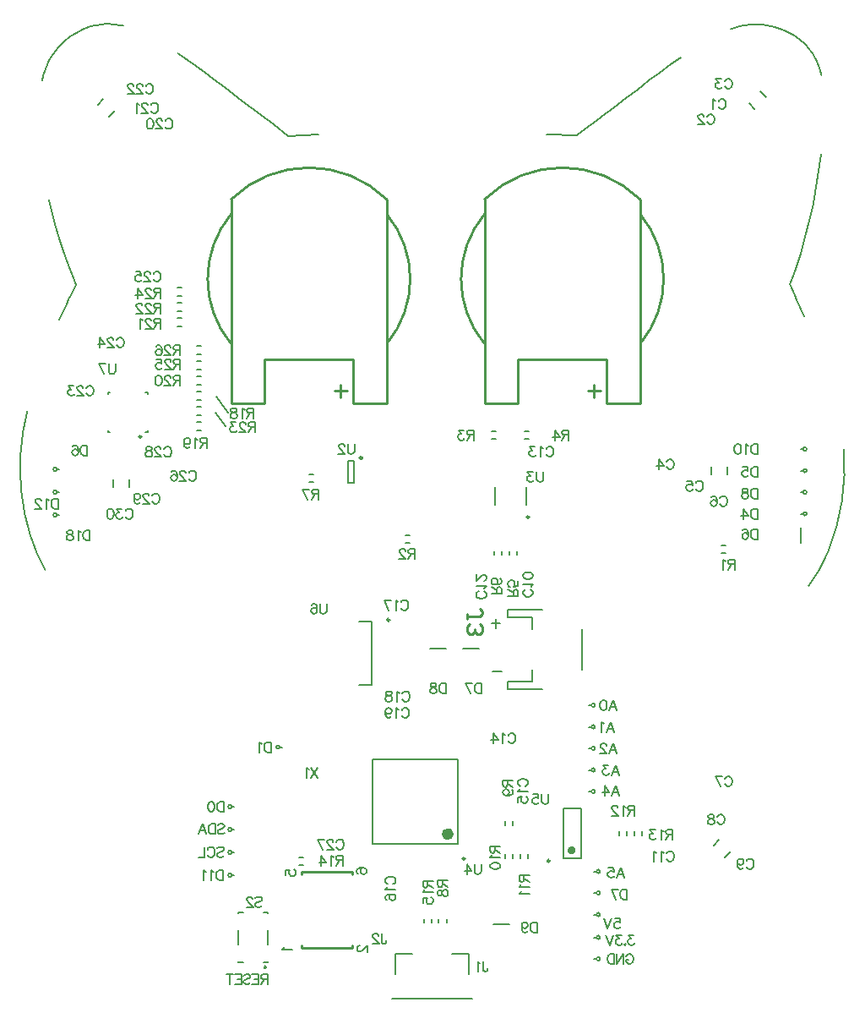
<source format=gbo>
G04 Layer_Color=32896*
%FSAX24Y24*%
%MOIN*%
G70*
G01*
G75*
%ADD19C,0.0100*%
%ADD74C,0.0080*%
%ADD76C,0.0060*%
%ADD77C,0.0079*%
%ADD133C,0.0098*%
%ADD134C,0.0236*%
%ADD135C,0.0157*%
%ADD136C,0.0050*%
D19*
X022712Y011419D02*
G03*
X022712Y011419I-000039J000000D01*
G01*
X037466Y041695D02*
G03*
X031334Y041695I-003066J-003142D01*
G01*
X037484Y036013D02*
G03*
X037488Y041090I-003084J002541D01*
G01*
X031328Y041110D02*
G03*
X031316Y036013I003072J-002556D01*
G01*
X027466Y041695D02*
G03*
X021334Y041695I-003066J-003142D01*
G01*
X027484Y036013D02*
G03*
X027488Y041090I-003084J002541D01*
G01*
X021328Y041110D02*
G03*
X021316Y036013I003072J-002556D01*
G01*
X032650Y033650D02*
Y035400D01*
X036150D01*
X036150Y033650D02*
X036150Y035400D01*
X037471Y033650D02*
Y041695D01*
X036150Y033650D02*
X037471Y033650D01*
X031329Y033650D02*
Y041695D01*
Y033650D02*
X032650Y033650D01*
X035650Y033900D02*
Y034400D01*
X035400Y034150D02*
X035900D01*
X024100Y015200D02*
X026100D01*
X026100Y015100D02*
X026100Y015200D01*
X024100Y015100D02*
Y015200D01*
X026100Y012200D02*
Y012300D01*
X024100Y012200D02*
Y012300D01*
Y012200D02*
X026100Y012200D01*
X022650Y033650D02*
Y035400D01*
X026150D01*
X026150Y033650D02*
X026150Y035400D01*
X027471Y033650D02*
Y041695D01*
X026150Y033650D02*
X027471Y033650D01*
X021329Y033650D02*
Y041695D01*
Y033650D02*
X022650Y033650D01*
X025650Y033900D02*
Y034400D01*
X025400Y034150D02*
X025900D01*
X030645Y025145D02*
Y025345D01*
Y025245D01*
X031145D01*
X031245Y025345D01*
Y025445D01*
X031145Y025545D01*
X030745Y024945D02*
X030645Y024845D01*
Y024645D01*
X030745Y024545D01*
X030845D01*
X030945Y024645D01*
Y024745D01*
Y024645D01*
X031045Y024545D01*
X031145D01*
X031245Y024645D01*
Y024845D01*
X031145Y024945D01*
D74*
X035891Y011750D02*
G03*
X035891Y011750I-000071J000000D01*
G01*
Y012600D02*
G03*
X035891Y012600I-000071J000000D01*
G01*
Y013500D02*
G03*
X035891Y013500I-000071J000000D01*
G01*
Y015200D02*
G03*
X035891Y015200I-000071J000000D01*
G01*
X035691Y018350D02*
G03*
X035691Y018350I-000071J000000D01*
G01*
Y019200D02*
G03*
X035691Y019200I-000071J000000D01*
G01*
Y020050D02*
G03*
X035691Y020050I-000071J000000D01*
G01*
Y020900D02*
G03*
X035691Y020900I-000071J000000D01*
G01*
Y021750D02*
G03*
X035691Y021750I-000071J000000D01*
G01*
X035891Y014350D02*
G03*
X035891Y014350I-000071J000000D01*
G01*
X044041Y031000D02*
G03*
X044041Y031000I-000071J000000D01*
G01*
X014450Y031050D02*
G03*
X014450Y031050I-000071J000000D01*
G01*
Y030150D02*
G03*
X014450Y030150I-000071J000000D01*
G01*
X044041Y029300D02*
G03*
X044041Y029300I-000071J000000D01*
G01*
X023250Y020100D02*
G03*
X023250Y020100I-000071J000000D01*
G01*
X021350Y017750D02*
G03*
X021350Y017750I-000071J000000D01*
G01*
Y016850D02*
G03*
X021350Y016850I-000071J000000D01*
G01*
Y015950D02*
G03*
X021350Y015950I-000071J000000D01*
G01*
Y015050D02*
G03*
X021350Y015050I-000071J000000D01*
G01*
X044041Y031850D02*
G03*
X044041Y031850I-000071J000000D01*
G01*
Y030150D02*
G03*
X044041Y030150I-000071J000000D01*
G01*
X044120Y026457D02*
G03*
X044545Y027101I-004391J003361D01*
G01*
X044545Y027101D02*
G03*
X044893Y027814I-005733J003236D01*
G01*
X044893Y027814D02*
G03*
X045510Y031820I-008362J003338D01*
G01*
X043380Y038344D02*
G03*
X043599Y038917I-011999J004930D01*
G01*
X043599Y038917D02*
G03*
X043802Y039523I-014665J005232D01*
G01*
Y039523D02*
G03*
X044609Y043464I-020555J006265D01*
G01*
X044630Y046572D02*
G03*
X044551Y046851I-003199J-000755D01*
G01*
Y046851D02*
G03*
X044440Y047137I-002771J-000917D01*
G01*
X044440D02*
G03*
X044290Y047421I-002342J-001060D01*
G01*
X044290D02*
G03*
X043552Y048154I-001835J-001108D01*
G01*
X043552D02*
G03*
X043382Y048242I-002758J-005093D01*
G01*
X043382D02*
G03*
X043191Y048332I-001941J-003888D01*
G01*
X043191D02*
G03*
X042980Y048417I-001467J-003336D01*
G01*
D02*
G03*
X042750Y048492I-001101J-002999D01*
G01*
D02*
G03*
X041035Y048398I-000726J-002463D01*
G01*
X034972Y044224D02*
G03*
X035953Y044951I-039911J054886D01*
G01*
X020481Y046560D02*
G03*
X019849Y047018I-021900J-029560D01*
G01*
X019849D02*
G03*
X019231Y047442I-014070J-019849D01*
G01*
X017069Y048541D02*
G03*
X015807Y048521I-000596J-002259D01*
G01*
Y048521D02*
G03*
X015534Y048423I000744J-002486D01*
G01*
D02*
G03*
X014965Y048106I001295J-003004D01*
G01*
Y048106D02*
G03*
X014728Y047910I002266J-002973D01*
G01*
X014728D02*
G03*
X014524Y047709I002127J-002360D01*
G01*
X014524Y047709D02*
G03*
X013922Y046611I001803J-001703D01*
G01*
X013922Y046611D02*
G03*
X013873Y046373I002697J-000680D01*
G01*
X014396Y040642D02*
G03*
X014542Y040155I016939J004820D01*
G01*
X014542D02*
G03*
X014699Y039679I018834J005952D01*
G01*
X014699D02*
G03*
X014865Y039214I021478J007393D01*
G01*
X014865D02*
G03*
X015213Y038318I028250J010445D01*
G01*
X013063Y030073D02*
G03*
X013388Y028497I008581J000947D01*
G01*
Y028497D02*
G03*
X013656Y027762I007211J002216D01*
G01*
D02*
G03*
X013993Y027079I006141J002608D01*
G01*
X013282Y033334D02*
G03*
X013063Y030073I008822J-002232D01*
G01*
X014144Y041653D02*
G03*
X014396Y040642I015018J003201D01*
G01*
X014450Y029250D02*
G03*
X014450Y029250I-000071J000000D01*
G01*
X020710Y033300D02*
X021110Y032760D01*
X020730Y033920D02*
X021220Y033300D01*
X035650Y011750D02*
X035750Y011750D01*
X035650Y012600D02*
X035750Y012600D01*
X035650Y013500D02*
X035750D01*
X035650Y015200D02*
X035750D01*
X035450Y018350D02*
X035550D01*
X035450Y019200D02*
X035550D01*
X035450Y020050D02*
X035550D01*
X035450Y020900D02*
X035550Y020900D01*
X035450Y021750D02*
X035550Y021750D01*
X035650Y014350D02*
X035750D01*
X043800Y031000D02*
X043900D01*
X014450Y031050D02*
X014550D01*
X014450Y030150D02*
X014550D01*
X043800Y029300D02*
X043900D01*
X023250Y020100D02*
X023350D01*
X021350Y017750D02*
X021450D01*
X021350Y016850D02*
X021450D01*
X021350Y015950D02*
X021450D01*
X021350Y015050D02*
X021450D01*
X043800Y031850D02*
X043900Y031850D01*
X043800Y030150D02*
X043900Y030150D01*
X033762Y044244D02*
X034972Y044224D01*
X023587Y044191D02*
X024771Y044244D01*
X043843Y037287D02*
X043934Y037076D01*
X043750Y037501D02*
X043843Y037287D01*
X043657Y037715D02*
X043750Y037501D01*
X043563Y037927D02*
X043657Y037715D01*
X043380Y038344D02*
X043563Y037927D01*
X038664Y047002D02*
X039061Y047287D01*
X038248Y046695D02*
X038664Y047002D01*
X037815Y046369D02*
X038248Y046695D01*
X037367Y046028D02*
X037815Y046369D01*
X036906Y045675D02*
X037367Y046028D01*
X036434Y045315D02*
X036906Y045675D01*
X035953Y044951D02*
X036434Y045315D01*
X022998Y044635D02*
X023587Y044191D01*
X022385Y045106D02*
X022998Y044635D01*
X021756Y045592D02*
X022385Y045106D01*
X021119Y046081D02*
X021756Y045592D01*
X020481Y046560D02*
X021119Y046081D01*
X015116Y038124D02*
X015213Y038318D01*
X015019Y037930D02*
X015116Y038124D01*
X014922Y037737D02*
X015019Y037930D01*
X014826Y037543D02*
X014922Y037737D01*
X014731Y037349D02*
X014826Y037543D01*
X014638Y037153D02*
X014731Y037349D01*
X014547Y036957D02*
X014638Y037153D01*
X014450Y029250D02*
X014550D01*
X035181Y023163D02*
Y024737D01*
X032228Y025525D02*
X033606Y025525D01*
X032228Y025210D02*
Y025525D01*
Y025210D02*
X033213D01*
X033213Y024737D01*
X033213Y023163D02*
X033213Y022690D01*
X032228D02*
X033213D01*
X032228D02*
X032228Y022375D01*
X033606Y022375D01*
D76*
X027806Y011947D02*
X028476Y011947D01*
X027806Y011159D02*
Y011947D01*
X030050Y011947D02*
X030720Y011947D01*
Y011159D02*
Y011947D01*
X027688Y010175D02*
X030838Y010175D01*
X022594Y011616D02*
X022791D01*
Y011655D01*
Y012324D02*
Y012876D01*
Y013545D02*
Y013584D01*
X022594D02*
X022791D01*
X021609D02*
X021806D01*
X021609Y012324D02*
Y012876D01*
Y011616D02*
Y011655D01*
Y011616D02*
X021806D01*
X021609Y013545D02*
Y013584D01*
X025100Y025750D02*
Y025464D01*
X025081Y025407D01*
X025043Y025369D01*
X024986Y025350D01*
X024948D01*
X024891Y025369D01*
X024852Y025407D01*
X024833Y025464D01*
Y025750D01*
X024494Y025693D02*
X024513Y025731D01*
X024571Y025750D01*
X024609D01*
X024666Y025731D01*
X024704Y025674D01*
X024723Y025579D01*
Y025483D01*
X024704Y025407D01*
X024666Y025369D01*
X024609Y025350D01*
X024590D01*
X024532Y025369D01*
X024494Y025407D01*
X024475Y025464D01*
Y025483D01*
X024494Y025540D01*
X024532Y025579D01*
X024590Y025598D01*
X024609D01*
X024666Y025579D01*
X024704Y025540D01*
X024723Y025483D01*
X033650Y030950D02*
Y030664D01*
X033631Y030607D01*
X033593Y030569D01*
X033536Y030550D01*
X033498D01*
X033441Y030569D01*
X033402Y030607D01*
X033383Y030664D01*
Y030950D01*
X033235D02*
X033025D01*
X033140Y030798D01*
X033082D01*
X033044Y030779D01*
X033025Y030759D01*
X033006Y030702D01*
Y030664D01*
X033025Y030607D01*
X033063Y030569D01*
X033121Y030550D01*
X033178D01*
X033235Y030569D01*
X033254Y030588D01*
X033273Y030626D01*
X033850Y018250D02*
Y017964D01*
X033831Y017907D01*
X033793Y017869D01*
X033736Y017850D01*
X033698D01*
X033641Y017869D01*
X033602Y017907D01*
X033583Y017964D01*
Y018250D01*
X033244D02*
X033435D01*
X033454Y018079D01*
X033435Y018098D01*
X033378Y018117D01*
X033321D01*
X033263Y018098D01*
X033225Y018059D01*
X033206Y018002D01*
Y017964D01*
X033225Y017907D01*
X033263Y017869D01*
X033321Y017850D01*
X033378D01*
X033435Y017869D01*
X033454Y017888D01*
X033473Y017926D01*
X032000Y026150D02*
X031600D01*
X032000D02*
Y026321D01*
X031981Y026379D01*
X031962Y026398D01*
X031924Y026417D01*
X031886D01*
X031848Y026398D01*
X031829Y026379D01*
X031809Y026321D01*
Y026150D01*
Y026283D02*
X031600Y026417D01*
X031943Y026735D02*
X031981Y026716D01*
X032000Y026658D01*
Y026620D01*
X031981Y026563D01*
X031924Y026525D01*
X031829Y026506D01*
X031733D01*
X031657Y026525D01*
X031619Y026563D01*
X031600Y026620D01*
Y026639D01*
X031619Y026697D01*
X031657Y026735D01*
X031714Y026754D01*
X031733D01*
X031790Y026735D01*
X031829Y026697D01*
X031848Y026639D01*
Y026620D01*
X031829Y026563D01*
X031790Y026525D01*
X031733Y026506D01*
X032650Y026050D02*
X032250D01*
X032650D02*
Y026221D01*
X032631Y026279D01*
X032612Y026298D01*
X032574Y026317D01*
X032536D01*
X032498Y026298D01*
X032479Y026279D01*
X032459Y026221D01*
Y026050D01*
Y026183D02*
X032250Y026317D01*
X032650Y026635D02*
Y026444D01*
X032479Y026425D01*
X032498Y026444D01*
X032517Y026501D01*
Y026558D01*
X032498Y026616D01*
X032459Y026654D01*
X032402Y026673D01*
X032364D01*
X032307Y026654D01*
X032269Y026616D01*
X032250Y026558D01*
Y026501D01*
X032269Y026444D01*
X032288Y026425D01*
X032326Y026406D01*
X034650Y032600D02*
Y032200D01*
Y032600D02*
X034479D01*
X034421Y032581D01*
X034402Y032562D01*
X034383Y032524D01*
Y032486D01*
X034402Y032448D01*
X034421Y032429D01*
X034479Y032409D01*
X034650D01*
X034517D02*
X034383Y032200D01*
X034103Y032600D02*
X034294Y032333D01*
X034008D01*
X034103Y032600D02*
Y032200D01*
X030900Y032600D02*
Y032200D01*
Y032600D02*
X030729D01*
X030671Y032581D01*
X030652Y032562D01*
X030633Y032524D01*
Y032486D01*
X030652Y032448D01*
X030671Y032429D01*
X030729Y032409D01*
X030900D01*
X030767D02*
X030633Y032200D01*
X030506Y032600D02*
X030296D01*
X030411Y032448D01*
X030353D01*
X030315Y032429D01*
X030296Y032409D01*
X030277Y032352D01*
Y032314D01*
X030296Y032257D01*
X030334Y032219D01*
X030392Y032200D01*
X030449D01*
X030506Y032219D01*
X030525Y032238D01*
X030544Y032276D01*
X038750Y016850D02*
Y016450D01*
Y016850D02*
X038579D01*
X038521Y016831D01*
X038502Y016812D01*
X038483Y016774D01*
Y016736D01*
X038502Y016698D01*
X038521Y016679D01*
X038579Y016659D01*
X038750D01*
X038617D02*
X038483Y016450D01*
X038394Y016774D02*
X038356Y016793D01*
X038299Y016850D01*
Y016450D01*
X038063Y016850D02*
X037853D01*
X037967Y016698D01*
X037910D01*
X037872Y016679D01*
X037853Y016659D01*
X037834Y016602D01*
Y016564D01*
X037853Y016507D01*
X037891Y016469D01*
X037948Y016450D01*
X038005D01*
X038063Y016469D01*
X038082Y016488D01*
X038101Y016526D01*
X037250Y017800D02*
Y017400D01*
Y017800D02*
X037079D01*
X037021Y017781D01*
X037002Y017762D01*
X036983Y017724D01*
Y017686D01*
X037002Y017648D01*
X037021Y017629D01*
X037079Y017609D01*
X037250D01*
X037117D02*
X036983Y017400D01*
X036894Y017724D02*
X036856Y017743D01*
X036799Y017800D01*
Y017400D01*
X036582Y017705D02*
Y017724D01*
X036563Y017762D01*
X036543Y017781D01*
X036505Y017800D01*
X036429D01*
X036391Y017781D01*
X036372Y017762D01*
X036353Y017724D01*
Y017686D01*
X036372Y017648D01*
X036410Y017590D01*
X036601Y017400D01*
X036334D01*
X032700Y015050D02*
X033100D01*
X032700D02*
Y014879D01*
X032719Y014821D01*
X032738Y014802D01*
X032776Y014783D01*
X032814D01*
X032852Y014802D01*
X032871Y014821D01*
X032891Y014879D01*
Y015050D01*
Y014917D02*
X033100Y014783D01*
X032776Y014694D02*
X032757Y014656D01*
X032700Y014599D01*
X033100D01*
X032776Y014401D02*
X032757Y014363D01*
X032700Y014305D01*
X033100D01*
X031550Y016200D02*
X031950D01*
X031550D02*
Y016029D01*
X031569Y015971D01*
X031588Y015952D01*
X031626Y015933D01*
X031664D01*
X031702Y015952D01*
X031721Y015971D01*
X031741Y016029D01*
Y016200D01*
Y016067D02*
X031950Y015933D01*
X031626Y015844D02*
X031607Y015806D01*
X031550Y015749D01*
X031950D01*
X031550Y015436D02*
X031569Y015493D01*
X031626Y015532D01*
X031721Y015551D01*
X031779D01*
X031874Y015532D01*
X031931Y015493D01*
X031950Y015436D01*
Y015398D01*
X031931Y015341D01*
X031874Y015303D01*
X031779Y015284D01*
X031721D01*
X031626Y015303D01*
X031569Y015341D01*
X031550Y015398D01*
Y015436D01*
X032050Y018800D02*
X032450D01*
X032050D02*
Y018629D01*
X032069Y018571D01*
X032088Y018552D01*
X032126Y018533D01*
X032164D01*
X032202Y018552D01*
X032221Y018571D01*
X032241Y018629D01*
Y018800D01*
Y018667D02*
X032450Y018533D01*
X032183Y018196D02*
X032241Y018215D01*
X032279Y018253D01*
X032298Y018311D01*
Y018330D01*
X032279Y018387D01*
X032241Y018425D01*
X032183Y018444D01*
X032164D01*
X032107Y018425D01*
X032069Y018387D01*
X032050Y018330D01*
Y018311D01*
X032069Y018253D01*
X032107Y018215D01*
X032183Y018196D01*
X032279D01*
X032374Y018215D01*
X032431Y018253D01*
X032450Y018311D01*
Y018349D01*
X032431Y018406D01*
X032393Y018425D01*
X033400Y013200D02*
Y012800D01*
Y013200D02*
X033267D01*
X033210Y013181D01*
X033171Y013143D01*
X033152Y013105D01*
X033133Y013048D01*
Y012952D01*
X033152Y012895D01*
X033171Y012857D01*
X033210Y012819D01*
X033267Y012800D01*
X033400D01*
X032796Y013067D02*
X032815Y013009D01*
X032853Y012971D01*
X032911Y012952D01*
X032930D01*
X032987Y012971D01*
X033025Y013009D01*
X033044Y013067D01*
Y013086D01*
X033025Y013143D01*
X032987Y013181D01*
X032930Y013200D01*
X032911D01*
X032853Y013181D01*
X032815Y013143D01*
X032796Y013067D01*
Y012971D01*
X032815Y012876D01*
X032853Y012819D01*
X032911Y012800D01*
X032949D01*
X033006Y012819D01*
X033025Y012857D01*
X033764Y031855D02*
X033783Y031893D01*
X033821Y031931D01*
X033860Y031950D01*
X033936D01*
X033974Y031931D01*
X034012Y031893D01*
X034031Y031855D01*
X034050Y031798D01*
Y031702D01*
X034031Y031645D01*
X034012Y031607D01*
X033974Y031569D01*
X033936Y031550D01*
X033860D01*
X033821Y031569D01*
X033783Y031607D01*
X033764Y031645D01*
X033652Y031874D02*
X033614Y031893D01*
X033557Y031950D01*
Y031550D01*
X033321Y031950D02*
X033111D01*
X033225Y031798D01*
X033168D01*
X033130Y031779D01*
X033111Y031759D01*
X033092Y031702D01*
Y031664D01*
X033111Y031607D01*
X033149Y031569D01*
X033206Y031550D01*
X033263D01*
X033321Y031569D01*
X033340Y031588D01*
X033359Y031626D01*
X031305Y026236D02*
X031343Y026217D01*
X031381Y026179D01*
X031400Y026140D01*
Y026064D01*
X031381Y026026D01*
X031343Y025988D01*
X031305Y025969D01*
X031248Y025950D01*
X031152D01*
X031095Y025969D01*
X031057Y025988D01*
X031019Y026026D01*
X031000Y026064D01*
Y026140D01*
X031019Y026179D01*
X031057Y026217D01*
X031095Y026236D01*
X031324Y026348D02*
X031343Y026386D01*
X031400Y026443D01*
X031000D01*
X031305Y026660D02*
X031324D01*
X031362Y026679D01*
X031381Y026698D01*
X031400Y026737D01*
Y026813D01*
X031381Y026851D01*
X031362Y026870D01*
X031324Y026889D01*
X031286D01*
X031248Y026870D01*
X031190Y026832D01*
X031000Y026641D01*
Y026908D01*
X033145Y026316D02*
X033183Y026297D01*
X033221Y026259D01*
X033240Y026220D01*
Y026144D01*
X033221Y026106D01*
X033183Y026068D01*
X033145Y026049D01*
X033088Y026030D01*
X032992D01*
X032935Y026049D01*
X032897Y026068D01*
X032859Y026106D01*
X032840Y026144D01*
Y026220D01*
X032859Y026259D01*
X032897Y026297D01*
X032935Y026316D01*
X033164Y026428D02*
X033183Y026466D01*
X033240Y026523D01*
X032840D01*
X033240Y026836D02*
X033221Y026778D01*
X033164Y026740D01*
X033069Y026721D01*
X033011D01*
X032916Y026740D01*
X032859Y026778D01*
X032840Y026836D01*
Y026874D01*
X032859Y026931D01*
X032916Y026969D01*
X033011Y026988D01*
X033069D01*
X033164Y026969D01*
X033221Y026931D01*
X033240Y026874D01*
Y026836D01*
X038514Y015905D02*
X038533Y015943D01*
X038571Y015981D01*
X038610Y016000D01*
X038686D01*
X038724Y015981D01*
X038762Y015943D01*
X038781Y015905D01*
X038800Y015848D01*
Y015752D01*
X038781Y015695D01*
X038762Y015657D01*
X038724Y015619D01*
X038686Y015600D01*
X038610D01*
X038571Y015619D01*
X038533Y015657D01*
X038514Y015695D01*
X038402Y015924D02*
X038364Y015943D01*
X038307Y016000D01*
Y015600D01*
X038109Y015924D02*
X038071Y015943D01*
X038014Y016000D01*
Y015600D01*
X032735Y018564D02*
X032697Y018583D01*
X032659Y018621D01*
X032640Y018660D01*
Y018736D01*
X032659Y018774D01*
X032697Y018812D01*
X032735Y018831D01*
X032792Y018850D01*
X032888D01*
X032945Y018831D01*
X032983Y018812D01*
X033021Y018774D01*
X033040Y018736D01*
Y018660D01*
X033021Y018621D01*
X032983Y018583D01*
X032945Y018564D01*
X032716Y018452D02*
X032697Y018414D01*
X032640Y018357D01*
X033040D01*
X032640Y017930D02*
Y018121D01*
X032811Y018140D01*
X032792Y018121D01*
X032773Y018063D01*
Y018006D01*
X032792Y017949D01*
X032831Y017911D01*
X032888Y017892D01*
X032926D01*
X032983Y017911D01*
X033021Y017949D01*
X033040Y018006D01*
Y018063D01*
X033021Y018121D01*
X033002Y018140D01*
X032964Y018159D01*
X028580Y027910D02*
Y027510D01*
Y027910D02*
X028409D01*
X028351Y027891D01*
X028332Y027872D01*
X028313Y027834D01*
Y027796D01*
X028332Y027758D01*
X028351Y027739D01*
X028409Y027719D01*
X028580D01*
X028447D02*
X028313Y027510D01*
X028205Y027815D02*
Y027834D01*
X028186Y027872D01*
X028167Y027891D01*
X028129Y027910D01*
X028052D01*
X028014Y027891D01*
X027995Y027872D01*
X027976Y027834D01*
Y027796D01*
X027995Y027758D01*
X028033Y027700D01*
X028224Y027510D01*
X027957D01*
X019310Y035940D02*
Y035540D01*
Y035940D02*
X019139D01*
X019081Y035921D01*
X019062Y035902D01*
X019043Y035864D01*
Y035826D01*
X019062Y035788D01*
X019081Y035769D01*
X019139Y035749D01*
X019310D01*
X019177D02*
X019043Y035540D01*
X018935Y035845D02*
Y035864D01*
X018916Y035902D01*
X018897Y035921D01*
X018859Y035940D01*
X018782D01*
X018744Y035921D01*
X018725Y035902D01*
X018706Y035864D01*
Y035826D01*
X018725Y035788D01*
X018763Y035730D01*
X018954Y035540D01*
X018687D01*
X018369Y035883D02*
X018388Y035921D01*
X018445Y035940D01*
X018484D01*
X018541Y035921D01*
X018579Y035864D01*
X018598Y035769D01*
Y035673D01*
X018579Y035597D01*
X018541Y035559D01*
X018484Y035540D01*
X018464D01*
X018407Y035559D01*
X018369Y035597D01*
X018350Y035654D01*
Y035673D01*
X018369Y035730D01*
X018407Y035769D01*
X018464Y035788D01*
X018484D01*
X018541Y035769D01*
X018579Y035730D01*
X018598Y035673D01*
X019320Y035390D02*
Y034990D01*
Y035390D02*
X019149D01*
X019091Y035371D01*
X019072Y035352D01*
X019053Y035314D01*
Y035276D01*
X019072Y035238D01*
X019091Y035219D01*
X019149Y035199D01*
X019320D01*
X019187D02*
X019053Y034990D01*
X018945Y035295D02*
Y035314D01*
X018926Y035352D01*
X018907Y035371D01*
X018869Y035390D01*
X018792D01*
X018754Y035371D01*
X018735Y035352D01*
X018716Y035314D01*
Y035276D01*
X018735Y035238D01*
X018773Y035180D01*
X018964Y034990D01*
X018697D01*
X018379Y035390D02*
X018570D01*
X018589Y035219D01*
X018570Y035238D01*
X018513Y035257D01*
X018455D01*
X018398Y035238D01*
X018360Y035199D01*
X018341Y035142D01*
Y035104D01*
X018360Y035047D01*
X018398Y035009D01*
X018455Y034990D01*
X018513D01*
X018570Y035009D01*
X018589Y035028D01*
X018608Y035066D01*
X018550Y038200D02*
Y037800D01*
Y038200D02*
X018379D01*
X018321Y038181D01*
X018302Y038162D01*
X018283Y038124D01*
Y038086D01*
X018302Y038048D01*
X018321Y038029D01*
X018379Y038009D01*
X018550D01*
X018417D02*
X018283Y037800D01*
X018175Y038105D02*
Y038124D01*
X018156Y038162D01*
X018137Y038181D01*
X018099Y038200D01*
X018022D01*
X017984Y038181D01*
X017965Y038162D01*
X017946Y038124D01*
Y038086D01*
X017965Y038048D01*
X018003Y037990D01*
X018194Y037800D01*
X017927D01*
X017647Y038200D02*
X017838Y037933D01*
X017552D01*
X017647Y038200D02*
Y037800D01*
X022270Y032910D02*
Y032510D01*
Y032910D02*
X022099D01*
X022041Y032891D01*
X022022Y032872D01*
X022003Y032834D01*
Y032796D01*
X022022Y032758D01*
X022041Y032739D01*
X022099Y032719D01*
X022270D01*
X022137D02*
X022003Y032510D01*
X021895Y032815D02*
Y032834D01*
X021876Y032872D01*
X021857Y032891D01*
X021819Y032910D01*
X021742D01*
X021704Y032891D01*
X021685Y032872D01*
X021666Y032834D01*
Y032796D01*
X021685Y032758D01*
X021723Y032700D01*
X021914Y032510D01*
X021647D01*
X021520Y032910D02*
X021310D01*
X021424Y032758D01*
X021367D01*
X021329Y032739D01*
X021310Y032719D01*
X021291Y032662D01*
Y032624D01*
X021310Y032567D01*
X021348Y032529D01*
X021405Y032510D01*
X021463D01*
X021520Y032529D01*
X021539Y032548D01*
X021558Y032586D01*
X042100Y028700D02*
Y028300D01*
Y028700D02*
X041967D01*
X041910Y028681D01*
X041871Y028643D01*
X041852Y028605D01*
X041833Y028548D01*
Y028452D01*
X041852Y028395D01*
X041871Y028357D01*
X041910Y028319D01*
X041967Y028300D01*
X042100D01*
X041515Y028643D02*
X041534Y028681D01*
X041592Y028700D01*
X041630D01*
X041687Y028681D01*
X041725Y028624D01*
X041744Y028529D01*
Y028433D01*
X041725Y028357D01*
X041687Y028319D01*
X041630Y028300D01*
X041611D01*
X041553Y028319D01*
X041515Y028357D01*
X041496Y028414D01*
Y028433D01*
X041515Y028490D01*
X041553Y028529D01*
X041611Y028548D01*
X041630D01*
X041687Y028529D01*
X041725Y028490D01*
X041744Y028433D01*
X024750Y019300D02*
X024483Y018900D01*
Y019300D02*
X024750Y018900D01*
X024394Y019224D02*
X024356Y019243D01*
X024299Y019300D01*
Y018900D01*
X025484Y016365D02*
X025503Y016403D01*
X025541Y016441D01*
X025580Y016460D01*
X025656D01*
X025694Y016441D01*
X025732Y016403D01*
X025751Y016365D01*
X025770Y016308D01*
Y016212D01*
X025751Y016155D01*
X025732Y016117D01*
X025694Y016079D01*
X025656Y016060D01*
X025580D01*
X025541Y016079D01*
X025503Y016117D01*
X025484Y016155D01*
X025353Y016365D02*
Y016384D01*
X025334Y016422D01*
X025315Y016441D01*
X025277Y016460D01*
X025201D01*
X025163Y016441D01*
X025143Y016422D01*
X025124Y016384D01*
Y016346D01*
X025143Y016308D01*
X025182Y016250D01*
X025372Y016060D01*
X025105D01*
X024749Y016460D02*
X024940Y016060D01*
X025016Y016460D02*
X024749D01*
X032264Y020555D02*
X032283Y020593D01*
X032321Y020631D01*
X032360Y020650D01*
X032436D01*
X032474Y020631D01*
X032512Y020593D01*
X032531Y020555D01*
X032550Y020498D01*
Y020402D01*
X032531Y020345D01*
X032512Y020307D01*
X032474Y020269D01*
X032436Y020250D01*
X032360D01*
X032321Y020269D01*
X032283Y020307D01*
X032264Y020345D01*
X032152Y020574D02*
X032114Y020593D01*
X032057Y020650D01*
Y020250D01*
X031668Y020650D02*
X031859Y020383D01*
X031573D01*
X031668Y020650D02*
Y020250D01*
X018264Y038755D02*
X018283Y038793D01*
X018321Y038831D01*
X018360Y038850D01*
X018436D01*
X018474Y038831D01*
X018512Y038793D01*
X018531Y038755D01*
X018550Y038698D01*
Y038602D01*
X018531Y038545D01*
X018512Y038507D01*
X018474Y038469D01*
X018436Y038450D01*
X018360D01*
X018321Y038469D01*
X018283Y038507D01*
X018264Y038545D01*
X018133Y038755D02*
Y038774D01*
X018114Y038812D01*
X018095Y038831D01*
X018057Y038850D01*
X017981D01*
X017943Y038831D01*
X017923Y038812D01*
X017904Y038774D01*
Y038736D01*
X017923Y038698D01*
X017962Y038640D01*
X018152Y038450D01*
X017885D01*
X017567Y038850D02*
X017758D01*
X017777Y038679D01*
X017758Y038698D01*
X017701Y038717D01*
X017644D01*
X017586Y038698D01*
X017548Y038659D01*
X017529Y038602D01*
Y038564D01*
X017548Y038507D01*
X017586Y038469D01*
X017644Y038450D01*
X017701D01*
X017758Y038469D01*
X017777Y038488D01*
X017796Y038526D01*
X028064Y021555D02*
X028083Y021593D01*
X028121Y021631D01*
X028160Y021650D01*
X028236D01*
X028274Y021631D01*
X028312Y021593D01*
X028331Y021555D01*
X028350Y021498D01*
Y021402D01*
X028331Y021345D01*
X028312Y021307D01*
X028274Y021269D01*
X028236Y021250D01*
X028160D01*
X028121Y021269D01*
X028083Y021307D01*
X028064Y021345D01*
X027952Y021574D02*
X027914Y021593D01*
X027857Y021650D01*
Y021250D01*
X027411Y021517D02*
X027430Y021459D01*
X027468Y021421D01*
X027525Y021402D01*
X027544D01*
X027602Y021421D01*
X027640Y021459D01*
X027659Y021517D01*
Y021536D01*
X027640Y021593D01*
X027602Y021631D01*
X027544Y021650D01*
X027525D01*
X027468Y021631D01*
X027430Y021593D01*
X027411Y021517D01*
Y021421D01*
X027430Y021326D01*
X027468Y021269D01*
X027525Y021250D01*
X027564D01*
X027621Y021269D01*
X027640Y021307D01*
X028084Y022205D02*
X028103Y022243D01*
X028141Y022281D01*
X028180Y022300D01*
X028256D01*
X028294Y022281D01*
X028332Y022243D01*
X028351Y022205D01*
X028370Y022148D01*
Y022052D01*
X028351Y021995D01*
X028332Y021957D01*
X028294Y021919D01*
X028256Y021900D01*
X028180D01*
X028141Y021919D01*
X028103Y021957D01*
X028084Y021995D01*
X027972Y022224D02*
X027934Y022243D01*
X027877Y022300D01*
Y021900D01*
X027583Y022300D02*
X027641Y022281D01*
X027660Y022243D01*
Y022205D01*
X027641Y022167D01*
X027603Y022148D01*
X027526Y022129D01*
X027469Y022109D01*
X027431Y022071D01*
X027412Y022033D01*
Y021976D01*
X027431Y021938D01*
X027450Y021919D01*
X027507Y021900D01*
X027583D01*
X027641Y021919D01*
X027660Y021938D01*
X027679Y021976D01*
Y022033D01*
X027660Y022071D01*
X027622Y022109D01*
X027564Y022129D01*
X027488Y022148D01*
X027450Y022167D01*
X027431Y022205D01*
Y022243D01*
X027450Y022281D01*
X027507Y022300D01*
X027583D01*
X027515Y014704D02*
X027477Y014723D01*
X027439Y014761D01*
X027420Y014800D01*
Y014876D01*
X027439Y014914D01*
X027477Y014952D01*
X027515Y014971D01*
X027572Y014990D01*
X027668D01*
X027725Y014971D01*
X027763Y014952D01*
X027801Y014914D01*
X027820Y014876D01*
Y014800D01*
X027801Y014761D01*
X027763Y014723D01*
X027725Y014704D01*
X027496Y014592D02*
X027477Y014554D01*
X027420Y014497D01*
X027820D01*
X027477Y014070D02*
X027439Y014089D01*
X027420Y014146D01*
Y014184D01*
X027439Y014242D01*
X027496Y014280D01*
X027591Y014299D01*
X027687D01*
X027763Y014280D01*
X027801Y014242D01*
X027820Y014184D01*
Y014165D01*
X027801Y014108D01*
X027763Y014070D01*
X027706Y014051D01*
X027687D01*
X027630Y014070D01*
X027591Y014108D01*
X027572Y014165D01*
Y014184D01*
X027591Y014242D01*
X027630Y014280D01*
X027687Y014299D01*
X016814Y036155D02*
X016833Y036193D01*
X016871Y036231D01*
X016910Y036250D01*
X016986D01*
X017024Y036231D01*
X017062Y036193D01*
X017081Y036155D01*
X017100Y036098D01*
Y036002D01*
X017081Y035945D01*
X017062Y035907D01*
X017024Y035869D01*
X016986Y035850D01*
X016910D01*
X016871Y035869D01*
X016833Y035907D01*
X016814Y035945D01*
X016683Y036155D02*
Y036174D01*
X016664Y036212D01*
X016645Y036231D01*
X016607Y036250D01*
X016531D01*
X016493Y036231D01*
X016473Y036212D01*
X016454Y036174D01*
Y036136D01*
X016473Y036098D01*
X016512Y036040D01*
X016702Y035850D01*
X016435D01*
X016155Y036250D02*
X016346Y035983D01*
X016060D01*
X016155Y036250D02*
Y035850D01*
X036914Y011855D02*
X036933Y011893D01*
X036971Y011931D01*
X037010Y011950D01*
X037086D01*
X037124Y011931D01*
X037162Y011893D01*
X037181Y011855D01*
X037200Y011798D01*
Y011702D01*
X037181Y011645D01*
X037162Y011607D01*
X037124Y011569D01*
X037086Y011550D01*
X037010D01*
X036971Y011569D01*
X036933Y011607D01*
X036914Y011645D01*
Y011702D01*
X037010D02*
X036914D01*
X036823Y011950D02*
Y011550D01*
Y011950D02*
X036556Y011550D01*
Y011950D02*
Y011550D01*
X036446Y011950D02*
Y011550D01*
Y011950D02*
X036313D01*
X036255Y011931D01*
X036217Y011893D01*
X036198Y011855D01*
X036179Y011798D01*
Y011702D01*
X036198Y011645D01*
X036217Y011607D01*
X036255Y011569D01*
X036313Y011550D01*
X036446D01*
X037212Y012700D02*
X037002D01*
X037117Y012548D01*
X037060D01*
X037021Y012529D01*
X037002Y012509D01*
X036983Y012452D01*
Y012414D01*
X037002Y012357D01*
X037041Y012319D01*
X037098Y012300D01*
X037155D01*
X037212Y012319D01*
X037231Y012338D01*
X037250Y012376D01*
X036875Y012338D02*
X036894Y012319D01*
X036875Y012300D01*
X036856Y012319D01*
X036875Y012338D01*
X036730Y012700D02*
X036521D01*
X036635Y012548D01*
X036578D01*
X036540Y012529D01*
X036521Y012509D01*
X036502Y012452D01*
Y012414D01*
X036521Y012357D01*
X036559Y012319D01*
X036616Y012300D01*
X036673D01*
X036730Y012319D01*
X036749Y012338D01*
X036768Y012376D01*
X036412Y012700D02*
X036260Y012300D01*
X036107Y012700D02*
X036260Y012300D01*
X036471Y013350D02*
X036662D01*
X036681Y013179D01*
X036662Y013198D01*
X036605Y013217D01*
X036548D01*
X036491Y013198D01*
X036452Y013159D01*
X036433Y013102D01*
Y013064D01*
X036452Y013007D01*
X036491Y012969D01*
X036548Y012950D01*
X036605D01*
X036662Y012969D01*
X036681Y012988D01*
X036700Y013026D01*
X036344Y013350D02*
X036192Y012950D01*
X036039Y013350D02*
X036192Y012950D01*
X029800Y022623D02*
Y022223D01*
Y022623D02*
X029667D01*
X029610Y022604D01*
X029571Y022565D01*
X029552Y022527D01*
X029533Y022470D01*
Y022375D01*
X029552Y022318D01*
X029571Y022280D01*
X029610Y022242D01*
X029667Y022223D01*
X029800D01*
X029349Y022623D02*
X029406Y022604D01*
X029425Y022565D01*
Y022527D01*
X029406Y022489D01*
X029368Y022470D01*
X029292Y022451D01*
X029234Y022432D01*
X029196Y022394D01*
X029177Y022356D01*
Y022299D01*
X029196Y022261D01*
X029215Y022242D01*
X029272Y022223D01*
X029349D01*
X029406Y022242D01*
X029425Y022261D01*
X029444Y022299D01*
Y022356D01*
X029425Y022394D01*
X029387Y022432D01*
X029330Y022451D01*
X029253Y022470D01*
X029215Y022489D01*
X029196Y022527D01*
Y022565D01*
X029215Y022604D01*
X029272Y022623D01*
X029349D01*
X041664Y015605D02*
X041683Y015643D01*
X041721Y015681D01*
X041760Y015700D01*
X041836D01*
X041874Y015681D01*
X041912Y015643D01*
X041931Y015605D01*
X041950Y015548D01*
Y015452D01*
X041931Y015395D01*
X041912Y015357D01*
X041874Y015319D01*
X041836Y015300D01*
X041760D01*
X041721Y015319D01*
X041683Y015357D01*
X041664Y015395D01*
X041304Y015567D02*
X041323Y015509D01*
X041362Y015471D01*
X041419Y015452D01*
X041438D01*
X041495Y015471D01*
X041533Y015509D01*
X041552Y015567D01*
Y015586D01*
X041533Y015643D01*
X041495Y015681D01*
X041438Y015700D01*
X041419D01*
X041362Y015681D01*
X041323Y015643D01*
X041304Y015567D01*
Y015471D01*
X041323Y015376D01*
X041362Y015319D01*
X041419Y015300D01*
X041457D01*
X041514Y015319D01*
X041533Y015357D01*
X040514Y017355D02*
X040533Y017393D01*
X040571Y017431D01*
X040610Y017450D01*
X040686D01*
X040724Y017431D01*
X040762Y017393D01*
X040781Y017355D01*
X040800Y017298D01*
Y017202D01*
X040781Y017145D01*
X040762Y017107D01*
X040724Y017069D01*
X040686Y017050D01*
X040610D01*
X040571Y017069D01*
X040533Y017107D01*
X040514Y017145D01*
X040307Y017450D02*
X040364Y017431D01*
X040383Y017393D01*
Y017355D01*
X040364Y017317D01*
X040326Y017298D01*
X040250Y017279D01*
X040193Y017259D01*
X040154Y017221D01*
X040135Y017183D01*
Y017126D01*
X040154Y017088D01*
X040173Y017069D01*
X040231Y017050D01*
X040307D01*
X040364Y017069D01*
X040383Y017088D01*
X040402Y017126D01*
Y017183D01*
X040383Y017221D01*
X040345Y017259D01*
X040288Y017279D01*
X040212Y017298D01*
X040173Y017317D01*
X040154Y017355D01*
Y017393D01*
X040173Y017431D01*
X040231Y017450D01*
X040307D01*
X040814Y018855D02*
X040833Y018893D01*
X040871Y018931D01*
X040910Y018950D01*
X040986D01*
X041024Y018931D01*
X041062Y018893D01*
X041081Y018855D01*
X041100Y018798D01*
Y018702D01*
X041081Y018645D01*
X041062Y018607D01*
X041024Y018569D01*
X040986Y018550D01*
X040910D01*
X040871Y018569D01*
X040833Y018607D01*
X040814Y018645D01*
X040435Y018950D02*
X040626Y018550D01*
X040702Y018950D02*
X040435D01*
X040614Y029905D02*
X040633Y029943D01*
X040671Y029981D01*
X040710Y030000D01*
X040786D01*
X040824Y029981D01*
X040862Y029943D01*
X040881Y029905D01*
X040900Y029848D01*
Y029752D01*
X040881Y029695D01*
X040862Y029657D01*
X040824Y029619D01*
X040786Y029600D01*
X040710D01*
X040671Y029619D01*
X040633Y029657D01*
X040614Y029695D01*
X040273Y029943D02*
X040293Y029981D01*
X040350Y030000D01*
X040388D01*
X040445Y029981D01*
X040483Y029924D01*
X040502Y029829D01*
Y029733D01*
X040483Y029657D01*
X040445Y029619D01*
X040388Y029600D01*
X040369D01*
X040312Y029619D01*
X040273Y029657D01*
X040254Y029714D01*
Y029733D01*
X040273Y029790D01*
X040312Y029829D01*
X040369Y029848D01*
X040388D01*
X040445Y029829D01*
X040483Y029790D01*
X040502Y029733D01*
X039664Y030505D02*
X039683Y030543D01*
X039721Y030581D01*
X039760Y030600D01*
X039836D01*
X039874Y030581D01*
X039912Y030543D01*
X039931Y030505D01*
X039950Y030448D01*
Y030352D01*
X039931Y030295D01*
X039912Y030257D01*
X039874Y030219D01*
X039836Y030200D01*
X039760D01*
X039721Y030219D01*
X039683Y030257D01*
X039664Y030295D01*
X039323Y030600D02*
X039514D01*
X039533Y030429D01*
X039514Y030448D01*
X039457Y030467D01*
X039400D01*
X039343Y030448D01*
X039304Y030409D01*
X039285Y030352D01*
Y030314D01*
X039304Y030257D01*
X039343Y030219D01*
X039400Y030200D01*
X039457D01*
X039514Y030219D01*
X039533Y030238D01*
X039552Y030276D01*
X038514Y031355D02*
X038533Y031393D01*
X038571Y031431D01*
X038610Y031450D01*
X038686D01*
X038724Y031431D01*
X038762Y031393D01*
X038781Y031355D01*
X038800Y031298D01*
Y031202D01*
X038781Y031145D01*
X038762Y031107D01*
X038724Y031069D01*
X038686Y031050D01*
X038610D01*
X038571Y031069D01*
X038533Y031107D01*
X038514Y031145D01*
X038212Y031450D02*
X038402Y031183D01*
X038116D01*
X038212Y031450D02*
Y031050D01*
X017164Y029405D02*
X017183Y029443D01*
X017221Y029481D01*
X017260Y029500D01*
X017336D01*
X017374Y029481D01*
X017412Y029443D01*
X017431Y029405D01*
X017450Y029348D01*
Y029252D01*
X017431Y029195D01*
X017412Y029157D01*
X017374Y029119D01*
X017336Y029100D01*
X017260D01*
X017221Y029119D01*
X017183Y029157D01*
X017164Y029195D01*
X017014Y029500D02*
X016804D01*
X016919Y029348D01*
X016862D01*
X016823Y029329D01*
X016804Y029309D01*
X016785Y029252D01*
Y029214D01*
X016804Y029157D01*
X016843Y029119D01*
X016900Y029100D01*
X016957D01*
X017014Y029119D01*
X017033Y029138D01*
X017052Y029176D01*
X016582Y029500D02*
X016639Y029481D01*
X016677Y029424D01*
X016696Y029329D01*
Y029271D01*
X016677Y029176D01*
X016639Y029119D01*
X016582Y029100D01*
X016544D01*
X016486Y029119D01*
X016448Y029176D01*
X016429Y029271D01*
Y029329D01*
X016448Y029424D01*
X016486Y029481D01*
X016544Y029500D01*
X016582D01*
X018214Y030005D02*
X018233Y030043D01*
X018271Y030081D01*
X018310Y030100D01*
X018386D01*
X018424Y030081D01*
X018462Y030043D01*
X018481Y030005D01*
X018500Y029948D01*
Y029852D01*
X018481Y029795D01*
X018462Y029757D01*
X018424Y029719D01*
X018386Y029700D01*
X018310D01*
X018271Y029719D01*
X018233Y029757D01*
X018214Y029795D01*
X018083Y030005D02*
Y030024D01*
X018064Y030062D01*
X018045Y030081D01*
X018007Y030100D01*
X017931D01*
X017893Y030081D01*
X017873Y030062D01*
X017854Y030024D01*
Y029986D01*
X017873Y029948D01*
X017912Y029890D01*
X018102Y029700D01*
X017835D01*
X017498Y029967D02*
X017517Y029909D01*
X017555Y029871D01*
X017613Y029852D01*
X017632D01*
X017689Y029871D01*
X017727Y029909D01*
X017746Y029967D01*
Y029986D01*
X017727Y030043D01*
X017689Y030081D01*
X017632Y030100D01*
X017613D01*
X017555Y030081D01*
X017517Y030043D01*
X017498Y029967D01*
Y029871D01*
X017517Y029776D01*
X017555Y029719D01*
X017613Y029700D01*
X017651D01*
X017708Y029719D01*
X017727Y029757D01*
X019664Y030905D02*
X019683Y030943D01*
X019721Y030981D01*
X019760Y031000D01*
X019836D01*
X019874Y030981D01*
X019912Y030943D01*
X019931Y030905D01*
X019950Y030848D01*
Y030752D01*
X019931Y030695D01*
X019912Y030657D01*
X019874Y030619D01*
X019836Y030600D01*
X019760D01*
X019721Y030619D01*
X019683Y030657D01*
X019664Y030695D01*
X019533Y030905D02*
Y030924D01*
X019514Y030962D01*
X019495Y030981D01*
X019457Y031000D01*
X019381D01*
X019343Y030981D01*
X019323Y030962D01*
X019304Y030924D01*
Y030886D01*
X019323Y030848D01*
X019362Y030790D01*
X019552Y030600D01*
X019285D01*
X018967Y030943D02*
X018986Y030981D01*
X019044Y031000D01*
X019082D01*
X019139Y030981D01*
X019177Y030924D01*
X019196Y030829D01*
Y030733D01*
X019177Y030657D01*
X019139Y030619D01*
X019082Y030600D01*
X019063D01*
X019005Y030619D01*
X018967Y030657D01*
X018948Y030714D01*
Y030733D01*
X018967Y030790D01*
X019005Y030829D01*
X019063Y030848D01*
X019082D01*
X019139Y030829D01*
X019177Y030790D01*
X019196Y030733D01*
X040814Y046355D02*
X040833Y046393D01*
X040871Y046431D01*
X040910Y046450D01*
X040986D01*
X041024Y046431D01*
X041062Y046393D01*
X041081Y046355D01*
X041100Y046298D01*
Y046202D01*
X041081Y046145D01*
X041062Y046107D01*
X041024Y046069D01*
X040986Y046050D01*
X040910D01*
X040871Y046069D01*
X040833Y046107D01*
X040814Y046145D01*
X040664Y046450D02*
X040454D01*
X040569Y046298D01*
X040512D01*
X040473Y046279D01*
X040454Y046259D01*
X040435Y046202D01*
Y046164D01*
X040454Y046107D01*
X040493Y046069D01*
X040550Y046050D01*
X040607D01*
X040664Y046069D01*
X040683Y046088D01*
X040702Y046126D01*
X040114Y044955D02*
X040133Y044993D01*
X040171Y045031D01*
X040210Y045050D01*
X040286D01*
X040324Y045031D01*
X040362Y044993D01*
X040381Y044955D01*
X040400Y044898D01*
Y044802D01*
X040381Y044745D01*
X040362Y044707D01*
X040324Y044669D01*
X040286Y044650D01*
X040210D01*
X040171Y044669D01*
X040133Y044707D01*
X040114Y044745D01*
X039983Y044955D02*
Y044974D01*
X039964Y045012D01*
X039945Y045031D01*
X039907Y045050D01*
X039831D01*
X039793Y045031D01*
X039773Y045012D01*
X039754Y044974D01*
Y044936D01*
X039773Y044898D01*
X039812Y044840D01*
X040002Y044650D01*
X039735D01*
X040564Y045555D02*
X040583Y045593D01*
X040621Y045631D01*
X040660Y045650D01*
X040736D01*
X040774Y045631D01*
X040812Y045593D01*
X040831Y045555D01*
X040850Y045498D01*
Y045402D01*
X040831Y045345D01*
X040812Y045307D01*
X040774Y045269D01*
X040736Y045250D01*
X040660D01*
X040621Y045269D01*
X040583Y045307D01*
X040564Y045345D01*
X040452Y045574D02*
X040414Y045593D01*
X040357Y045650D01*
Y045250D01*
X017964Y046155D02*
X017983Y046193D01*
X018021Y046231D01*
X018060Y046250D01*
X018136D01*
X018174Y046231D01*
X018212Y046193D01*
X018231Y046155D01*
X018250Y046098D01*
Y046002D01*
X018231Y045945D01*
X018212Y045907D01*
X018174Y045869D01*
X018136Y045850D01*
X018060D01*
X018021Y045869D01*
X017983Y045907D01*
X017964Y045945D01*
X017833Y046155D02*
Y046174D01*
X017814Y046212D01*
X017795Y046231D01*
X017757Y046250D01*
X017681D01*
X017643Y046231D01*
X017623Y046212D01*
X017604Y046174D01*
Y046136D01*
X017623Y046098D01*
X017662Y046040D01*
X017852Y045850D01*
X017585D01*
X017477Y046155D02*
Y046174D01*
X017458Y046212D01*
X017439Y046231D01*
X017401Y046250D01*
X017324D01*
X017286Y046231D01*
X017267Y046212D01*
X017248Y046174D01*
Y046136D01*
X017267Y046098D01*
X017305Y046040D01*
X017496Y045850D01*
X017229D01*
X018164Y045405D02*
X018183Y045443D01*
X018221Y045481D01*
X018260Y045500D01*
X018336D01*
X018374Y045481D01*
X018412Y045443D01*
X018431Y045405D01*
X018450Y045348D01*
Y045252D01*
X018431Y045195D01*
X018412Y045157D01*
X018374Y045119D01*
X018336Y045100D01*
X018260D01*
X018221Y045119D01*
X018183Y045157D01*
X018164Y045195D01*
X018033Y045405D02*
Y045424D01*
X018014Y045462D01*
X017995Y045481D01*
X017957Y045500D01*
X017881D01*
X017843Y045481D01*
X017823Y045462D01*
X017804Y045424D01*
Y045386D01*
X017823Y045348D01*
X017862Y045290D01*
X018052Y045100D01*
X017785D01*
X017696Y045424D02*
X017658Y045443D01*
X017601Y045500D01*
Y045100D01*
X018734Y044775D02*
X018753Y044813D01*
X018791Y044851D01*
X018830Y044870D01*
X018906D01*
X018944Y044851D01*
X018982Y044813D01*
X019001Y044775D01*
X019020Y044718D01*
Y044622D01*
X019001Y044565D01*
X018982Y044527D01*
X018944Y044489D01*
X018906Y044470D01*
X018830D01*
X018791Y044489D01*
X018753Y044527D01*
X018734Y044565D01*
X018603Y044775D02*
Y044794D01*
X018584Y044832D01*
X018565Y044851D01*
X018527Y044870D01*
X018451D01*
X018413Y044851D01*
X018393Y044832D01*
X018374Y044794D01*
Y044756D01*
X018393Y044718D01*
X018432Y044660D01*
X018622Y044470D01*
X018355D01*
X018152Y044870D02*
X018209Y044851D01*
X018247Y044794D01*
X018266Y044699D01*
Y044641D01*
X018247Y044546D01*
X018209Y044489D01*
X018152Y044470D01*
X018114D01*
X018056Y044489D01*
X018018Y044546D01*
X017999Y044641D01*
Y044699D01*
X018018Y044794D01*
X018056Y044851D01*
X018114Y044870D01*
X018152D01*
X027262Y012744D02*
Y012439D01*
X027282Y012382D01*
X027301Y012363D01*
X027339Y012344D01*
X027377D01*
X027415Y012363D01*
X027434Y012382D01*
X027453Y012439D01*
Y012477D01*
X027141Y012648D02*
Y012668D01*
X027122Y012706D01*
X027103Y012725D01*
X027064Y012744D01*
X026988D01*
X026950Y012725D01*
X026931Y012706D01*
X026912Y012668D01*
Y012629D01*
X026931Y012591D01*
X026969Y012534D01*
X027160Y012344D01*
X026893D01*
X018684Y031845D02*
X018703Y031883D01*
X018741Y031921D01*
X018780Y031940D01*
X018856D01*
X018894Y031921D01*
X018932Y031883D01*
X018951Y031845D01*
X018970Y031788D01*
Y031692D01*
X018951Y031635D01*
X018932Y031597D01*
X018894Y031559D01*
X018856Y031540D01*
X018780D01*
X018741Y031559D01*
X018703Y031597D01*
X018684Y031635D01*
X018553Y031845D02*
Y031864D01*
X018534Y031902D01*
X018515Y031921D01*
X018477Y031940D01*
X018401D01*
X018363Y031921D01*
X018343Y031902D01*
X018324Y031864D01*
Y031826D01*
X018343Y031788D01*
X018382Y031730D01*
X018572Y031540D01*
X018305D01*
X018121Y031940D02*
X018178Y031921D01*
X018197Y031883D01*
Y031845D01*
X018178Y031807D01*
X018140Y031788D01*
X018064Y031769D01*
X018006Y031749D01*
X017968Y031711D01*
X017949Y031673D01*
Y031616D01*
X017968Y031578D01*
X017987Y031559D01*
X018044Y031540D01*
X018121D01*
X018178Y031559D01*
X018197Y031578D01*
X018216Y031616D01*
Y031673D01*
X018197Y031711D01*
X018159Y031749D01*
X018102Y031769D01*
X018025Y031788D01*
X017987Y031807D01*
X017968Y031845D01*
Y031883D01*
X017987Y031921D01*
X018044Y031940D01*
X018121D01*
X018550Y037600D02*
Y037200D01*
Y037600D02*
X018379D01*
X018321Y037581D01*
X018302Y037562D01*
X018283Y037524D01*
Y037486D01*
X018302Y037448D01*
X018321Y037429D01*
X018379Y037409D01*
X018550D01*
X018417D02*
X018283Y037200D01*
X018175Y037505D02*
Y037524D01*
X018156Y037562D01*
X018137Y037581D01*
X018099Y037600D01*
X018022D01*
X017984Y037581D01*
X017965Y037562D01*
X017946Y037524D01*
Y037486D01*
X017965Y037448D01*
X018003Y037390D01*
X018194Y037200D01*
X017927D01*
X017819Y037505D02*
Y037524D01*
X017800Y037562D01*
X017781Y037581D01*
X017743Y037600D01*
X017666D01*
X017628Y037581D01*
X017609Y037562D01*
X017590Y037524D01*
Y037486D01*
X017609Y037448D01*
X017647Y037390D01*
X017838Y037200D01*
X017571D01*
X018550Y037000D02*
Y036600D01*
Y037000D02*
X018379D01*
X018321Y036981D01*
X018302Y036962D01*
X018283Y036924D01*
Y036886D01*
X018302Y036848D01*
X018321Y036829D01*
X018379Y036809D01*
X018550D01*
X018417D02*
X018283Y036600D01*
X018175Y036905D02*
Y036924D01*
X018156Y036962D01*
X018137Y036981D01*
X018099Y037000D01*
X018022D01*
X017984Y036981D01*
X017965Y036962D01*
X017946Y036924D01*
Y036886D01*
X017965Y036848D01*
X018003Y036790D01*
X018194Y036600D01*
X017927D01*
X017838Y036924D02*
X017800Y036943D01*
X017743Y037000D01*
Y036600D01*
X041200Y027500D02*
Y027100D01*
Y027500D02*
X041029D01*
X040971Y027481D01*
X040952Y027462D01*
X040933Y027424D01*
Y027386D01*
X040952Y027348D01*
X040971Y027329D01*
X041029Y027309D01*
X041200D01*
X041067D02*
X040933Y027100D01*
X040844Y027424D02*
X040806Y027443D01*
X040749Y027500D01*
Y027100D01*
X016762Y035212D02*
Y034926D01*
X016743Y034869D01*
X016705Y034831D01*
X016648Y034812D01*
X016610D01*
X016553Y034831D01*
X016515Y034869D01*
X016496Y034926D01*
Y035212D01*
X016119D02*
X016309Y034812D01*
X016385Y035212D02*
X016119D01*
X031200Y015500D02*
Y015214D01*
X031181Y015157D01*
X031143Y015119D01*
X031086Y015100D01*
X031048D01*
X030991Y015119D01*
X030952Y015157D01*
X030933Y015214D01*
Y015500D01*
X030633D02*
X030823Y015233D01*
X030537D01*
X030633Y015500D02*
Y015100D01*
X031200Y022623D02*
Y022223D01*
Y022623D02*
X031067D01*
X031010Y022604D01*
X030971Y022565D01*
X030952Y022527D01*
X030933Y022470D01*
Y022375D01*
X030952Y022318D01*
X030971Y022280D01*
X031010Y022242D01*
X031067Y022223D01*
X031200D01*
X030577Y022623D02*
X030768Y022223D01*
X030844Y022623D02*
X030577D01*
X028034Y025805D02*
X028053Y025843D01*
X028091Y025881D01*
X028130Y025900D01*
X028206D01*
X028244Y025881D01*
X028282Y025843D01*
X028301Y025805D01*
X028320Y025748D01*
Y025652D01*
X028301Y025595D01*
X028282Y025557D01*
X028244Y025519D01*
X028206Y025500D01*
X028130D01*
X028091Y025519D01*
X028053Y025557D01*
X028034Y025595D01*
X027922Y025824D02*
X027884Y025843D01*
X027827Y025900D01*
Y025500D01*
X027362Y025900D02*
X027553Y025500D01*
X027629Y025900D02*
X027362D01*
X028900Y014830D02*
X029300D01*
X028900D02*
Y014659D01*
X028919Y014601D01*
X028938Y014582D01*
X028976Y014563D01*
X029014D01*
X029052Y014582D01*
X029071Y014601D01*
X029091Y014659D01*
Y014830D01*
Y014697D02*
X029300Y014563D01*
X028976Y014474D02*
X028957Y014436D01*
X028900Y014379D01*
X029300D01*
X028900Y013952D02*
Y014143D01*
X029071Y014162D01*
X029052Y014143D01*
X029033Y014085D01*
Y014028D01*
X029052Y013971D01*
X029091Y013933D01*
X029148Y013914D01*
X029186D01*
X029243Y013933D01*
X029281Y013971D01*
X029300Y014028D01*
Y014085D01*
X029281Y014143D01*
X029262Y014162D01*
X029224Y014181D01*
X029480Y014840D02*
X029880D01*
X029480D02*
Y014669D01*
X029499Y014611D01*
X029518Y014592D01*
X029556Y014573D01*
X029594D01*
X029632Y014592D01*
X029651Y014611D01*
X029671Y014669D01*
Y014840D01*
Y014707D02*
X029880Y014573D01*
X029480Y014389D02*
X029499Y014446D01*
X029537Y014465D01*
X029575D01*
X029613Y014446D01*
X029632Y014408D01*
X029651Y014332D01*
X029671Y014274D01*
X029709Y014236D01*
X029747Y014217D01*
X029804D01*
X029842Y014236D01*
X029861Y014255D01*
X029880Y014312D01*
Y014389D01*
X029861Y014446D01*
X029842Y014465D01*
X029804Y014484D01*
X029747D01*
X029709Y014465D01*
X029671Y014427D01*
X029651Y014370D01*
X029632Y014293D01*
X029613Y014255D01*
X029575Y014236D01*
X029537D01*
X029499Y014255D01*
X029480Y014312D01*
Y014389D01*
X025730Y015830D02*
Y015430D01*
Y015830D02*
X025559D01*
X025501Y015811D01*
X025482Y015792D01*
X025463Y015754D01*
Y015716D01*
X025482Y015678D01*
X025501Y015659D01*
X025559Y015639D01*
X025730D01*
X025597D02*
X025463Y015430D01*
X025374Y015754D02*
X025336Y015773D01*
X025279Y015830D01*
Y015430D01*
X024890Y015830D02*
X025081Y015563D01*
X024795D01*
X024890Y015830D02*
Y015430D01*
X019310Y034750D02*
Y034350D01*
Y034750D02*
X019139D01*
X019081Y034731D01*
X019062Y034712D01*
X019043Y034674D01*
Y034636D01*
X019062Y034598D01*
X019081Y034579D01*
X019139Y034559D01*
X019310D01*
X019177D02*
X019043Y034350D01*
X018935Y034655D02*
Y034674D01*
X018916Y034712D01*
X018897Y034731D01*
X018859Y034750D01*
X018782D01*
X018744Y034731D01*
X018725Y034712D01*
X018706Y034674D01*
Y034636D01*
X018725Y034598D01*
X018763Y034540D01*
X018954Y034350D01*
X018687D01*
X018484Y034750D02*
X018541Y034731D01*
X018579Y034674D01*
X018598Y034579D01*
Y034521D01*
X018579Y034426D01*
X018541Y034369D01*
X018484Y034350D01*
X018445D01*
X018388Y034369D01*
X018350Y034426D01*
X018331Y034521D01*
Y034579D01*
X018350Y034674D01*
X018388Y034731D01*
X018445Y034750D01*
X018484D01*
X020370Y032290D02*
Y031890D01*
Y032290D02*
X020199D01*
X020141Y032271D01*
X020122Y032252D01*
X020103Y032214D01*
Y032176D01*
X020122Y032138D01*
X020141Y032119D01*
X020199Y032099D01*
X020370D01*
X020237D02*
X020103Y031890D01*
X020014Y032214D02*
X019976Y032233D01*
X019919Y032290D01*
Y031890D01*
X019473Y032157D02*
X019492Y032099D01*
X019530Y032061D01*
X019587Y032042D01*
X019606D01*
X019663Y032061D01*
X019702Y032099D01*
X019721Y032157D01*
Y032176D01*
X019702Y032233D01*
X019663Y032271D01*
X019606Y032290D01*
X019587D01*
X019530Y032271D01*
X019492Y032233D01*
X019473Y032157D01*
Y032061D01*
X019492Y031966D01*
X019530Y031909D01*
X019587Y031890D01*
X019625D01*
X019683Y031909D01*
X019702Y031947D01*
X022220Y033460D02*
Y033060D01*
Y033460D02*
X022049D01*
X021991Y033441D01*
X021972Y033422D01*
X021953Y033384D01*
Y033346D01*
X021972Y033308D01*
X021991Y033289D01*
X022049Y033269D01*
X022220D01*
X022087D02*
X021953Y033060D01*
X021864Y033384D02*
X021826Y033403D01*
X021769Y033460D01*
Y033060D01*
X021475Y033460D02*
X021533Y033441D01*
X021552Y033403D01*
Y033365D01*
X021533Y033327D01*
X021494Y033308D01*
X021418Y033289D01*
X021361Y033269D01*
X021323Y033231D01*
X021304Y033193D01*
Y033136D01*
X021323Y033098D01*
X021342Y033079D01*
X021399Y033060D01*
X021475D01*
X021533Y033079D01*
X021552Y033098D01*
X021571Y033136D01*
Y033193D01*
X021552Y033231D01*
X021513Y033269D01*
X021456Y033289D01*
X021380Y033308D01*
X021342Y033327D01*
X021323Y033365D01*
Y033403D01*
X021342Y033441D01*
X021399Y033460D01*
X021475D01*
X022760Y011150D02*
Y010750D01*
Y011150D02*
X022589D01*
X022531Y011131D01*
X022512Y011112D01*
X022493Y011074D01*
Y011036D01*
X022512Y010998D01*
X022531Y010979D01*
X022589Y010959D01*
X022760D01*
X022627D02*
X022493Y010750D01*
X022156Y011150D02*
X022404D01*
Y010750D01*
X022156D01*
X022404Y010959D02*
X022252D01*
X021823Y011093D02*
X021861Y011131D01*
X021918Y011150D01*
X021994D01*
X022052Y011131D01*
X022090Y011093D01*
Y011055D01*
X022071Y011017D01*
X022052Y010998D01*
X022013Y010979D01*
X021899Y010940D01*
X021861Y010921D01*
X021842Y010902D01*
X021823Y010864D01*
Y010807D01*
X021861Y010769D01*
X021918Y010750D01*
X021994D01*
X022052Y010769D01*
X022090Y010807D01*
X021486Y011150D02*
X021734D01*
Y010750D01*
X021486D01*
X021734Y010959D02*
X021581D01*
X021286Y011150D02*
Y010750D01*
X021419Y011150D02*
X021153D01*
X022283Y014143D02*
X022321Y014181D01*
X022379Y014200D01*
X022455D01*
X022512Y014181D01*
X022550Y014143D01*
Y014105D01*
X022531Y014067D01*
X022512Y014048D01*
X022474Y014029D01*
X022360Y013990D01*
X022321Y013971D01*
X022302Y013952D01*
X022283Y013914D01*
Y013857D01*
X022321Y013819D01*
X022379Y013800D01*
X022455D01*
X022512Y013819D01*
X022550Y013857D01*
X022175Y014105D02*
Y014124D01*
X022156Y014162D01*
X022137Y014181D01*
X022099Y014200D01*
X022022D01*
X021984Y014181D01*
X021965Y014162D01*
X021946Y014124D01*
Y014086D01*
X021965Y014048D01*
X022003Y013990D01*
X022194Y013800D01*
X021927D01*
X024780Y030260D02*
Y029860D01*
Y030260D02*
X024609D01*
X024551Y030241D01*
X024532Y030222D01*
X024513Y030184D01*
Y030146D01*
X024532Y030108D01*
X024551Y030089D01*
X024609Y030069D01*
X024780D01*
X024647D02*
X024513Y029860D01*
X024157Y030260D02*
X024348Y029860D01*
X024424Y030260D02*
X024157D01*
X015614Y034255D02*
X015633Y034293D01*
X015671Y034331D01*
X015710Y034350D01*
X015786D01*
X015824Y034331D01*
X015862Y034293D01*
X015881Y034255D01*
X015900Y034198D01*
Y034102D01*
X015881Y034045D01*
X015862Y034007D01*
X015824Y033969D01*
X015786Y033950D01*
X015710D01*
X015671Y033969D01*
X015633Y034007D01*
X015614Y034045D01*
X015483Y034255D02*
Y034274D01*
X015464Y034312D01*
X015445Y034331D01*
X015407Y034350D01*
X015331D01*
X015293Y034331D01*
X015273Y034312D01*
X015254Y034274D01*
Y034236D01*
X015273Y034198D01*
X015312Y034140D01*
X015502Y033950D01*
X015235D01*
X015108Y034350D02*
X014898D01*
X015013Y034198D01*
X014955D01*
X014917Y034179D01*
X014898Y034159D01*
X014879Y034102D01*
Y034064D01*
X014898Y034007D01*
X014936Y033969D01*
X014994Y033950D01*
X015051D01*
X015108Y033969D01*
X015127Y033988D01*
X015146Y034026D01*
X031260Y011650D02*
Y011345D01*
X031279Y011288D01*
X031298Y011269D01*
X031336Y011250D01*
X031374D01*
X031412Y011269D01*
X031431Y011288D01*
X031450Y011345D01*
Y011383D01*
X031157Y011574D02*
X031119Y011593D01*
X031062Y011650D01*
Y011250D01*
X036545Y014950D02*
X036698Y015350D01*
X036850Y014950D01*
X036793Y015083D02*
X036602D01*
X036223Y015350D02*
X036414D01*
X036433Y015179D01*
X036414Y015198D01*
X036357Y015217D01*
X036300D01*
X036243Y015198D01*
X036204Y015159D01*
X036185Y015102D01*
Y015064D01*
X036204Y015007D01*
X036243Y014969D01*
X036300Y014950D01*
X036357D01*
X036414Y014969D01*
X036433Y014988D01*
X036452Y015026D01*
X036345Y018200D02*
X036498Y018600D01*
X036650Y018200D01*
X036593Y018333D02*
X036402D01*
X036062Y018600D02*
X036252Y018333D01*
X035966D01*
X036062Y018600D02*
Y018200D01*
X036345Y019000D02*
X036498Y019400D01*
X036650Y019000D01*
X036593Y019133D02*
X036402D01*
X036214Y019400D02*
X036004D01*
X036119Y019248D01*
X036062D01*
X036023Y019229D01*
X036004Y019209D01*
X035985Y019152D01*
Y019114D01*
X036004Y019057D01*
X036043Y019019D01*
X036100Y019000D01*
X036157D01*
X036214Y019019D01*
X036233Y019038D01*
X036252Y019076D01*
X036245Y019850D02*
X036398Y020250D01*
X036550Y019850D01*
X036493Y019983D02*
X036302D01*
X036133Y020155D02*
Y020174D01*
X036114Y020212D01*
X036095Y020231D01*
X036057Y020250D01*
X035981D01*
X035943Y020231D01*
X035923Y020212D01*
X035904Y020174D01*
Y020136D01*
X035923Y020098D01*
X035962Y020040D01*
X036152Y019850D01*
X035885D01*
X036145Y020700D02*
X036298Y021100D01*
X036450Y020700D01*
X036393Y020833D02*
X036202D01*
X036052Y021024D02*
X036014Y021043D01*
X035957Y021100D01*
Y020700D01*
X036245Y021550D02*
X036398Y021950D01*
X036550Y021550D01*
X036493Y021683D02*
X036302D01*
X036038Y021950D02*
X036095Y021931D01*
X036133Y021874D01*
X036152Y021779D01*
Y021721D01*
X036133Y021626D01*
X036095Y021569D01*
X036038Y021550D01*
X036000D01*
X035943Y021569D01*
X035904Y021626D01*
X035885Y021721D01*
Y021779D01*
X035904Y021874D01*
X035943Y021931D01*
X036000Y021950D01*
X036038D01*
X036950Y014500D02*
Y014100D01*
Y014500D02*
X036817D01*
X036760Y014481D01*
X036721Y014443D01*
X036702Y014405D01*
X036683Y014348D01*
Y014252D01*
X036702Y014195D01*
X036721Y014157D01*
X036760Y014119D01*
X036817Y014100D01*
X036950D01*
X036327Y014500D02*
X036518Y014100D01*
X036594Y014500D02*
X036327D01*
X042100Y031150D02*
Y030750D01*
Y031150D02*
X041967D01*
X041910Y031131D01*
X041871Y031093D01*
X041852Y031055D01*
X041833Y030998D01*
Y030902D01*
X041852Y030845D01*
X041871Y030807D01*
X041910Y030769D01*
X041967Y030750D01*
X042100D01*
X041515Y031150D02*
X041706D01*
X041725Y030979D01*
X041706Y030998D01*
X041649Y031017D01*
X041592D01*
X041534Y030998D01*
X041496Y030959D01*
X041477Y030902D01*
Y030864D01*
X041496Y030807D01*
X041534Y030769D01*
X041592Y030750D01*
X041649D01*
X041706Y030769D01*
X041725Y030788D01*
X041744Y030826D01*
X015650Y032000D02*
Y031600D01*
Y032000D02*
X015517D01*
X015460Y031981D01*
X015421Y031943D01*
X015402Y031905D01*
X015383Y031848D01*
Y031752D01*
X015402Y031695D01*
X015421Y031657D01*
X015460Y031619D01*
X015517Y031600D01*
X015650D01*
X015065Y031943D02*
X015084Y031981D01*
X015142Y032000D01*
X015180D01*
X015237Y031981D01*
X015275Y031924D01*
X015294Y031829D01*
Y031733D01*
X015275Y031657D01*
X015237Y031619D01*
X015180Y031600D01*
X015161D01*
X015103Y031619D01*
X015065Y031657D01*
X015046Y031714D01*
Y031733D01*
X015065Y031790D01*
X015103Y031829D01*
X015161Y031848D01*
X015180D01*
X015237Y031829D01*
X015275Y031790D01*
X015294Y031733D01*
X014500Y029900D02*
Y029500D01*
Y029900D02*
X014367D01*
X014310Y029881D01*
X014271Y029843D01*
X014252Y029805D01*
X014233Y029748D01*
Y029652D01*
X014252Y029595D01*
X014271Y029557D01*
X014310Y029519D01*
X014367Y029500D01*
X014500D01*
X014144Y029824D02*
X014106Y029843D01*
X014049Y029900D01*
Y029500D01*
X013832Y029805D02*
Y029824D01*
X013813Y029862D01*
X013793Y029881D01*
X013755Y029900D01*
X013679D01*
X013641Y029881D01*
X013622Y029862D01*
X013603Y029824D01*
Y029786D01*
X013622Y029748D01*
X013660Y029690D01*
X013851Y029500D01*
X013584D01*
X042100Y029500D02*
Y029100D01*
Y029500D02*
X041967D01*
X041910Y029481D01*
X041871Y029443D01*
X041852Y029405D01*
X041833Y029348D01*
Y029252D01*
X041852Y029195D01*
X041871Y029157D01*
X041910Y029119D01*
X041967Y029100D01*
X042100D01*
X041553Y029500D02*
X041744Y029233D01*
X041458D01*
X041553Y029500D02*
Y029100D01*
X022900Y020300D02*
Y019900D01*
Y020300D02*
X022767D01*
X022710Y020281D01*
X022671Y020243D01*
X022652Y020205D01*
X022633Y020148D01*
Y020052D01*
X022652Y019995D01*
X022671Y019957D01*
X022710Y019919D01*
X022767Y019900D01*
X022900D01*
X022544Y020224D02*
X022506Y020243D01*
X022449Y020300D01*
Y019900D01*
X021030Y017950D02*
Y017550D01*
Y017950D02*
X020897D01*
X020840Y017931D01*
X020801Y017893D01*
X020782Y017855D01*
X020763Y017798D01*
Y017702D01*
X020782Y017645D01*
X020801Y017607D01*
X020840Y017569D01*
X020897Y017550D01*
X021030D01*
X020560Y017950D02*
X020617Y017931D01*
X020655Y017874D01*
X020674Y017779D01*
Y017721D01*
X020655Y017626D01*
X020617Y017569D01*
X020560Y017550D01*
X020522D01*
X020464Y017569D01*
X020426Y017626D01*
X020407Y017721D01*
Y017779D01*
X020426Y017874D01*
X020464Y017931D01*
X020522Y017950D01*
X020560D01*
X020793Y017013D02*
X020831Y017051D01*
X020889Y017070D01*
X020965D01*
X021022Y017051D01*
X021060Y017013D01*
Y016975D01*
X021041Y016937D01*
X021022Y016918D01*
X020984Y016899D01*
X020870Y016860D01*
X020831Y016841D01*
X020812Y016822D01*
X020793Y016784D01*
Y016727D01*
X020831Y016689D01*
X020889Y016670D01*
X020965D01*
X021022Y016689D01*
X021060Y016727D01*
X020704Y017070D02*
Y016670D01*
Y017070D02*
X020571D01*
X020513Y017051D01*
X020475Y017013D01*
X020456Y016975D01*
X020437Y016918D01*
Y016822D01*
X020456Y016765D01*
X020475Y016727D01*
X020513Y016689D01*
X020571Y016670D01*
X020704D01*
X020043D02*
X020195Y017070D01*
X020348Y016670D01*
X020291Y016803D02*
X020100D01*
X020773Y016103D02*
X020811Y016141D01*
X020869Y016160D01*
X020945D01*
X021002Y016141D01*
X021040Y016103D01*
Y016065D01*
X021021Y016027D01*
X021002Y016008D01*
X020964Y015989D01*
X020850Y015950D01*
X020811Y015931D01*
X020792Y015912D01*
X020773Y015874D01*
Y015817D01*
X020811Y015779D01*
X020869Y015760D01*
X020945D01*
X021002Y015779D01*
X021040Y015817D01*
X020398Y016065D02*
X020417Y016103D01*
X020455Y016141D01*
X020493Y016160D01*
X020570D01*
X020608Y016141D01*
X020646Y016103D01*
X020665Y016065D01*
X020684Y016008D01*
Y015912D01*
X020665Y015855D01*
X020646Y015817D01*
X020608Y015779D01*
X020570Y015760D01*
X020493D01*
X020455Y015779D01*
X020417Y015817D01*
X020398Y015855D01*
X020286Y016160D02*
Y015760D01*
X020057D01*
X021000Y015250D02*
Y014850D01*
Y015250D02*
X020867D01*
X020810Y015231D01*
X020771Y015193D01*
X020752Y015155D01*
X020733Y015098D01*
Y015002D01*
X020752Y014945D01*
X020771Y014907D01*
X020810Y014869D01*
X020867Y014850D01*
X021000D01*
X020644Y015174D02*
X020606Y015193D01*
X020549Y015250D01*
Y014850D01*
X020351Y015174D02*
X020313Y015193D01*
X020255Y015250D01*
Y014850D01*
X042100Y032050D02*
Y031650D01*
Y032050D02*
X041967D01*
X041910Y032031D01*
X041871Y031993D01*
X041852Y031955D01*
X041833Y031898D01*
Y031802D01*
X041852Y031745D01*
X041871Y031707D01*
X041910Y031669D01*
X041967Y031650D01*
X042100D01*
X041744Y031974D02*
X041706Y031993D01*
X041649Y032050D01*
Y031650D01*
X041336Y032050D02*
X041393Y032031D01*
X041432Y031974D01*
X041451Y031879D01*
Y031821D01*
X041432Y031726D01*
X041393Y031669D01*
X041336Y031650D01*
X041298D01*
X041241Y031669D01*
X041203Y031726D01*
X041184Y031821D01*
Y031879D01*
X041203Y031974D01*
X041241Y032031D01*
X041298Y032050D01*
X041336D01*
X042100Y030300D02*
Y029900D01*
Y030300D02*
X041967D01*
X041910Y030281D01*
X041871Y030243D01*
X041852Y030205D01*
X041833Y030148D01*
Y030052D01*
X041852Y029995D01*
X041871Y029957D01*
X041910Y029919D01*
X041967Y029900D01*
X042100D01*
X041649Y030300D02*
X041706Y030281D01*
X041725Y030243D01*
Y030205D01*
X041706Y030167D01*
X041668Y030148D01*
X041592Y030129D01*
X041534Y030109D01*
X041496Y030071D01*
X041477Y030033D01*
Y029976D01*
X041496Y029938D01*
X041515Y029919D01*
X041572Y029900D01*
X041649D01*
X041706Y029919D01*
X041725Y029938D01*
X041744Y029976D01*
Y030033D01*
X041725Y030071D01*
X041687Y030109D01*
X041630Y030129D01*
X041553Y030148D01*
X041515Y030167D01*
X041496Y030205D01*
Y030243D01*
X041515Y030281D01*
X041572Y030300D01*
X041649D01*
X026200Y032050D02*
Y031764D01*
X026181Y031707D01*
X026143Y031669D01*
X026086Y031650D01*
X026048D01*
X025991Y031669D01*
X025952Y031707D01*
X025933Y031764D01*
Y032050D01*
X025804Y031955D02*
Y031974D01*
X025785Y032012D01*
X025766Y032031D01*
X025728Y032050D01*
X025652D01*
X025613Y032031D01*
X025594Y032012D01*
X025575Y031974D01*
Y031936D01*
X025594Y031898D01*
X025633Y031840D01*
X025823Y031650D01*
X025556D01*
X015750Y028650D02*
Y028250D01*
Y028650D02*
X015617D01*
X015560Y028631D01*
X015521Y028593D01*
X015502Y028555D01*
X015483Y028498D01*
Y028402D01*
X015502Y028345D01*
X015521Y028307D01*
X015560Y028269D01*
X015617Y028250D01*
X015750D01*
X015394Y028574D02*
X015356Y028593D01*
X015299Y028650D01*
Y028250D01*
X015005Y028650D02*
X015063Y028631D01*
X015082Y028593D01*
Y028555D01*
X015063Y028517D01*
X015024Y028498D01*
X014948Y028479D01*
X014891Y028459D01*
X014853Y028421D01*
X014834Y028383D01*
Y028326D01*
X014853Y028288D01*
X014872Y028269D01*
X014929Y028250D01*
X015005D01*
X015063Y028269D01*
X015082Y028288D01*
X015101Y028326D01*
Y028383D01*
X015082Y028421D01*
X015043Y028459D01*
X014986Y028479D01*
X014910Y028498D01*
X014872Y028517D01*
X014853Y028555D01*
Y028593D01*
X014872Y028631D01*
X014929Y028650D01*
X015005D01*
X026337Y015111D02*
X026299Y015131D01*
X026280Y015188D01*
Y015226D01*
X026299Y015283D01*
X026356Y015321D01*
X026451Y015340D01*
X026547D01*
X026623Y015321D01*
X026661Y015283D01*
X026680Y015226D01*
Y015207D01*
X026661Y015150D01*
X026623Y015111D01*
X026566Y015092D01*
X026547D01*
X026490Y015111D01*
X026451Y015150D01*
X026432Y015207D01*
Y015226D01*
X026451Y015283D01*
X026490Y015321D01*
X026547Y015340D01*
X023480Y015051D02*
Y015242D01*
X023651Y015261D01*
X023632Y015242D01*
X023613Y015185D01*
Y015128D01*
X023632Y015071D01*
X023671Y015032D01*
X023728Y015013D01*
X023766D01*
X023823Y015032D01*
X023861Y015071D01*
X023880Y015128D01*
Y015185D01*
X023861Y015242D01*
X023842Y015261D01*
X023804Y015280D01*
X026395Y012271D02*
X026376D01*
X026338Y012252D01*
X026319Y012233D01*
X026300Y012195D01*
Y012119D01*
X026319Y012081D01*
X026338Y012061D01*
X026376Y012042D01*
X026414D01*
X026452Y012061D01*
X026510Y012100D01*
X026700Y012290D01*
Y012023D01*
X023426Y012210D02*
X023407Y012172D01*
X023350Y012115D01*
X023750D01*
X031943Y024971D02*
X031600D01*
X031771Y024800D02*
Y025143D01*
X032000Y023071D02*
X031657D01*
D77*
X025932Y031383D02*
X025932Y030517D01*
X026168D02*
Y031383D01*
X025932Y030517D02*
X026168D01*
X025932Y031383D02*
X026168D01*
X024421Y030543D02*
X024579D01*
X024421Y030857D02*
X024579D01*
X040671Y027743D02*
X040829D01*
X040671Y028057D02*
X040829D01*
X031685Y013125D02*
X032315D01*
X030485Y023997D02*
X031115Y023997D01*
X028221Y028143D02*
X028379D01*
X028221Y028457D02*
X028379D01*
X029523Y013329D02*
X029523Y013171D01*
X029837D02*
Y013329D01*
X028933Y013171D02*
Y013329D01*
X029247D02*
X029247Y013171D01*
X019971Y035907D02*
X020129D01*
X019971Y035593D02*
X020129D01*
X019971Y035307D02*
X020129D01*
X019971Y034993D02*
X020129D01*
X019971Y034707D02*
X020129Y034707D01*
X019971Y034393D02*
X020129D01*
X019971Y034107D02*
X020129Y034107D01*
X019971Y033793D02*
X020129D01*
X019971Y033507D02*
X020129D01*
X019971Y033193D02*
X020129D01*
X019971Y032907D02*
X020129D01*
X019971Y032593D02*
X020129D01*
X017954Y032513D02*
X018037D01*
X018037Y032596D01*
X018037Y034087D02*
X018037Y034004D01*
X017954Y034087D02*
X018037D01*
X016463D02*
X016546D01*
X016463Y034004D02*
Y034087D01*
Y032513D02*
X016546D01*
X016463D02*
Y032596D01*
X024001Y015443D02*
X024159D01*
X024001Y015757D02*
X024159D01*
X032960Y029665D02*
Y030335D01*
X031740Y029665D02*
Y030335D01*
X031693Y027671D02*
Y027829D01*
X032007Y027671D02*
Y027829D01*
X031621Y032557D02*
X031779Y032557D01*
X031621Y032243D02*
X031779D01*
X032921Y032243D02*
X033079Y032243D01*
X032921Y032557D02*
X033079Y032557D01*
X032293Y027671D02*
Y027829D01*
X032607Y027671D02*
Y027829D01*
X032143Y015721D02*
Y015879D01*
X032457Y015721D02*
Y015879D01*
Y017021D02*
X032457Y017179D01*
X032143Y017021D02*
Y017179D01*
X033057Y015721D02*
X033057Y015879D01*
X032743Y015721D02*
Y015879D01*
X037243Y016621D02*
Y016779D01*
X037557Y016621D02*
Y016779D01*
X036957Y016621D02*
X036957Y016779D01*
X036643Y016621D02*
Y016779D01*
X019221Y037893D02*
X019379D01*
X019221Y038207D02*
X019379D01*
X029185Y023997D02*
X029815Y023997D01*
X019221Y037293D02*
X019379D01*
X019221Y037607D02*
X019379Y037607D01*
X019221Y036693D02*
X019379Y036693D01*
X019221Y037007D02*
X019379D01*
X026920Y016277D02*
X030266D01*
X026920Y019623D02*
X030266Y019623D01*
X030266Y016277D02*
X030266Y019623D01*
X026920Y016277D02*
Y019623D01*
X034446Y015716D02*
Y017684D01*
X035154Y015716D02*
Y017684D01*
X034446Y015716D02*
X035154D01*
X034446Y017684D02*
X035154D01*
X026392Y025060D02*
X026865D01*
X026865Y022540D01*
X026392D02*
X026865D01*
X016066Y045411D02*
X016289Y045634D01*
X016511Y044966D02*
X016734Y045189D01*
X042211Y045934D02*
X042434Y045711D01*
X041766Y045489D02*
X041989Y045266D01*
X017315Y030343D02*
Y030657D01*
X016685Y030343D02*
Y030657D01*
X040915Y030843D02*
Y031157D01*
X040285Y030843D02*
Y031157D01*
X040811Y015766D02*
X041034Y015989D01*
X040366Y016211D02*
X040589Y016434D01*
D133*
X026503Y031501D02*
G03*
X026503Y031501I-000049J000000D01*
G01*
X017791Y032335D02*
G03*
X017791Y032335I-000049J000000D01*
G01*
X033088Y029173D02*
G03*
X033088Y029173I-000049J000000D01*
G01*
X030552Y015706D02*
G03*
X030552Y015706I-000049J000000D01*
G01*
X033904Y015615D02*
G03*
X033904Y015615I-000049J000000D01*
G01*
X027583Y025111D02*
G03*
X027583Y025111I-000049J000000D01*
G01*
D134*
X029991Y016670D02*
G03*
X029991Y016670I-000118J000000D01*
G01*
D135*
X034839Y016031D02*
G03*
X034839Y016031I-000079J000000D01*
G01*
D136*
X043800Y028150D02*
Y028750D01*
M02*

</source>
